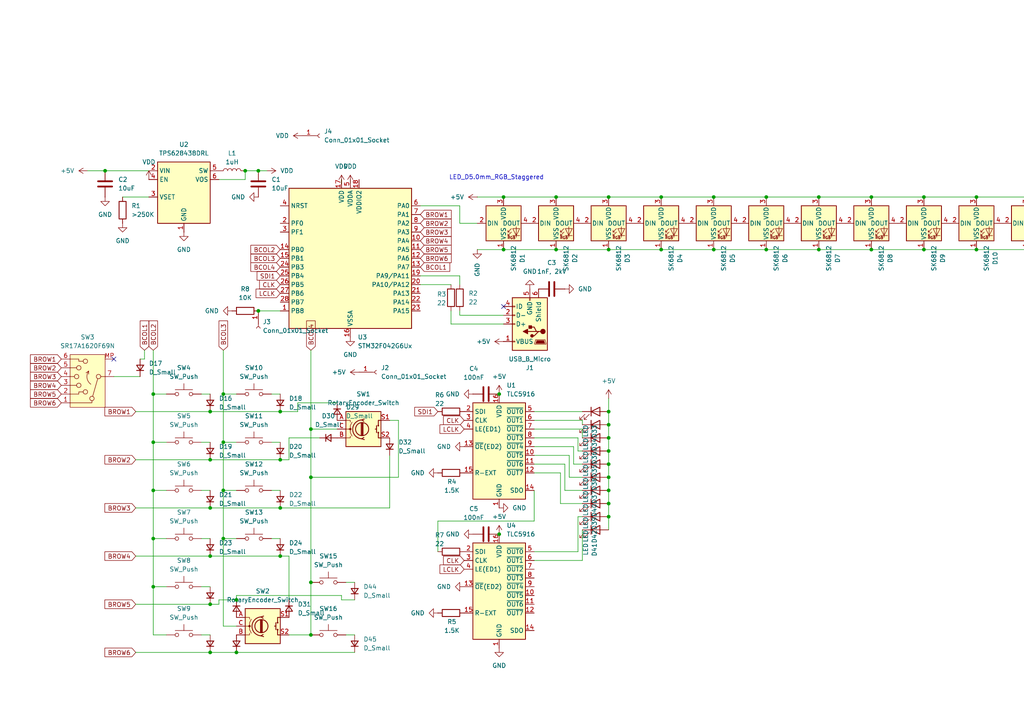
<source format=kicad_sch>
(kicad_sch (version 20250114) (generator "eeschema") (generator_version "9.0")
  (paper "A4")
  (lib_symbols
    (symbol "Connector:Conn_01x01_Socket" (pin_names (offset 1.016) (hide yes))
      (property "Reference" "J" (at 0 2.54 0))
      (property "Value" "Conn_01x01_Socket" (at 0 -2.54 0))
      (symbol "Conn_01x01_Socket_1_1"
        (pin passive line (at -5.08 0 0) (length 3.81) (name "Pin_1") (number "1"))
      )
    )
    (symbol "Connector:USB_B_Micro" (pin_names (offset 1.016))
      (property "Reference" "J" (at -5.08 11.43 0))
      (property "Value" "USB_B_Micro" (at -5.08 8.89 0))
      (symbol "USB_B_Micro_1_1"
        (pin passive line (at -2.54 -10.16 90) (length 2.54) (name "Shield") (number "6"))
        (pin power_out line (at 0 -10.16 90) (length 2.54) (name "GND") (number "5"))
        (pin power_out line (at 7.62 5.08 180) (length 2.54) (name "VBUS") (number "1"))
        (pin bidirectional line (at 7.62 0 180) (length 2.54) (name "D+") (number "3"))
        (pin bidirectional line (at 7.62 -2.54 180) (length 2.54) (name "D-") (number "2"))
        (pin passive line (at 7.62 -5.08 180) (length 2.54) (name "ID") (number "4"))
      )
    )
    (symbol "Device:C" (pin_numbers (hide yes)) (pin_names (offset 0.254))
      (property "Reference" "C" (at 0.635 2.54 0))
      (property "Value" "C" (at 0.635 -2.54 0))
      (symbol "C_1_1"
        (pin passive line (at 0 3.81 270) (length 2.794) (name "~") (number "1"))
        (pin passive line (at 0 -3.81 90) (length 2.794) (name "~") (number "2"))
      )
    )
    (symbol "Device:D_Small" (pin_numbers (hide yes)) (pin_names (offset 0.254) (hide yes))
      (property "Reference" "D" (at -1.27 2.032 0))
      (property "Value" "D_Small" (at -3.81 -2.032 0))
      (symbol "D_Small_1_1"
        (pin passive line (at -2.54 0 0) (length 1.778) (name "K") (number "1"))
        (pin passive line (at 2.54 0 180) (length 1.778) (name "A") (number "2"))
      )
    )
    (symbol "Device:L" (pin_numbers (hide yes)) (pin_names (offset 1.016) (hide yes))
      (property "Reference" "L" (at -1.27 0 90))
      (property "Value" "L" (at 1.905 0 90))
      (symbol "L_1_1"
        (pin passive line (at 0 3.81 270) (length 1.27) (name "1") (number "1"))
        (pin passive line (at 0 -3.81 90) (length 1.27) (name "2") (number "2"))
      )
    )
    (symbol "Device:LED" (pin_numbers (hide yes)) (pin_names (offset 1.016) (hide yes))
      (property "Reference" "D" (at 0 2.54 0))
      (property "Value" "LED" (at 0 -2.54 0))
      (symbol "LED_1_1"
        (pin passive line (at -3.81 0 0) (length 2.54) (name "K") (number "1"))
        (pin passive line (at 3.81 0 180) (length 2.54) (name "A") (number "2"))
      )
    )
    (symbol "Device:R" (pin_numbers (hide yes)) (pin_names (offset 0))
      (property "Reference" "R" (at 2.032 0 90))
      (property "Value" "R" (at 0 0 90))
      (symbol "R_1_1"
        (pin passive line (at 0 3.81 270) (length 1.27) (name "~") (number "1"))
        (pin passive line (at 0 -3.81 90) (length 1.27) (name "~") (number "2"))
      )
    )
    (symbol "Device:RotaryEncoder_Switch" (pin_names (offset 0.254) (hide yes))
      (property "Reference" "SW" (at 0 6.604 0))
      (property "Value" "RotaryEncoder_Switch" (at 0 -6.604 0))
      (symbol "RotaryEncoder_Switch_1_1"
        (pin passive line (at -7.62 2.54 0) (length 2.54) (name "A") (number "A"))
        (pin passive line (at -7.62 0 0) (length 2.54) (name "C") (number "C"))
        (pin passive line (at -7.62 -2.54 0) (length 2.54) (name "B") (number "B"))
        (pin passive line (at 7.62 2.54 180) (length 2.54) (name "S1") (number "S1"))
        (pin passive line (at 7.62 -2.54 180) (length 2.54) (name "S2") (number "S2"))
      )
    )
    (symbol "Driver_LED:TLC5916"
      (property "Reference" "U" (at -7.62 13.97 0))
      (property "Value" "TLC5916" (at -7.62 -16.51 0))
      (symbol "TLC5916_1_0"
        (pin input line (at -10.16 10.16 0) (length 2.54) (name "SDI") (number "2"))
        (pin input line (at -10.16 7.62 0) (length 2.54) (name "CLK") (number "3"))
        (pin passive line (at -10.16 5.08 0) (length 2.54) (name "LE(ED1)") (number "4"))
        (pin passive line (at -10.16 0 0) (length 2.54) (name "~{OE}(ED2)") (number "13"))
        (pin input line (at -10.16 -7.62 0) (length 2.54) (name "R-EXT") (number "15"))
        (pin power_in line (at 0 15.24 270) (length 2.54) (name "VDD") (number "16"))
        (pin power_in line (at 0 -17.78 90) (length 2.54) (name "GND") (number "1"))
        (pin open_collector line (at 10.16 10.16 180) (length 2.54) (name "~{OUT0}") (number "5"))
        (pin open_collector line (at 10.16 7.62 180) (length 2.54) (name "~{OUT1}") (number "6"))
        (pin open_collector line (at 10.16 5.08 180) (length 2.54) (name "~{OUT2}") (number "7"))
        (pin open_collector line (at 10.16 2.54 180) (length 2.54) (name "~{OUT3}") (number "8"))
        (pin open_collector line (at 10.16 0 180) (length 2.54) (name "~{OUT4}") (number "9"))
        (pin open_collector line (at 10.16 -2.54 180) (length 2.54) (name "~{OUT5}") (number "10"))
        (pin open_collector line (at 10.16 -5.08 180) (length 2.54) (name "~{OUT6}") (number "11"))
        (pin open_collector line (at 10.16 -7.62 180) (length 2.54) (name "~{OUT7}") (number "12"))
        (pin output line (at 10.16 -12.7 180) (length 2.54) (name "SDO") (number "14"))
      )
    )
    (symbol "LED:SK6812" (pin_names (offset 0.254))
      (property "Reference" "D" (at 5.08 5.715 0))
      (property "Value" "SK6812" (at 1.27 -5.715 0))
      (symbol "SK6812_0_0"
        (text "RGB" (at 2.286 -4.191 0) (effects (font (size 0.762 0.762))))
      )
      (symbol "SK6812_1_1"
        (pin input line (at -7.62 0 0) (length 2.54) (name "DIN") (number "2"))
        (pin power_in line (at 0 7.62 270) (length 2.54) (name "VDD") (number "3"))
        (pin power_in line (at 0 -7.62 90) (length 2.54) (name "VSS") (number "1"))
        (pin output line (at 7.62 0 180) (length 2.54) (name "DOUT") (number "4"))
      )
    )
    (symbol "MCU_ST_STM32F0:STM32F042G6Ux"
      (property "Reference" "U" (at -17.78 21.59 0))
      (property "Value" "STM32F042G6Ux" (at 5.08 21.59 0))
      (symbol "STM32F042G6Ux_1_1"
        (pin input line (at -20.32 15.24 0) (length 2.54) (name "NRST") (number "4"))
        (pin bidirectional line (at -20.32 10.16 0) (length 2.54) (name "PF0") (number "2"))
        (pin bidirectional line (at -20.32 7.62 0) (length 2.54) (name "PF1") (number "3"))
        (pin bidirectional line (at -20.32 2.54 0) (length 2.54) (name "PB0") (number "14"))
        (pin bidirectional line (at -20.32 0 0) (length 2.54) (name "PB1") (number "15"))
        (pin bidirectional line (at -20.32 -2.54 0) (length 2.54) (name "PB3") (number "24"))
        (pin bidirectional line (at -20.32 -5.08 0) (length 2.54) (name "PB4") (number "25"))
        (pin bidirectional line (at -20.32 -7.62 0) (length 2.54) (name "PB5") (number "26"))
        (pin bidirectional line (at -20.32 -10.16 0) (length 2.54) (name "PB6") (number "27"))
        (pin bidirectional line (at -20.32 -12.7 0) (length 2.54) (name "PB7") (number "28"))
        (pin bidirectional line (at -20.32 -15.24 0) (length 2.54) (name "PB8") (number "1"))
        (pin power_in line (at -2.54 22.86 270) (length 2.54) (name "VDD") (number "17"))
        (pin power_in line (at 0 22.86 270) (length 2.54) (name "VDDA") (number "5"))
        (pin power_in line (at 0 -22.86 90) (length 2.54) (name "VSSA") (number "16"))
        (pin power_in line (at 2.54 22.86 270) (length 2.54) (name "VDDIO2") (number "18"))
        (pin bidirectional line (at 20.32 15.24 180) (length 2.54) (name "PA0") (number "6"))
        (pin bidirectional line (at 20.32 12.7 180) (length 2.54) (name "PA1") (number "7"))
        (pin bidirectional line (at 20.32 10.16 180) (length 2.54) (name "PA2") (number "8"))
        (pin bidirectional line (at 20.32 7.62 180) (length 2.54) (name "PA3") (number "9"))
        (pin bidirectional line (at 20.32 5.08 180) (length 2.54) (name "PA4") (number "10"))
        (pin bidirectional line (at 20.32 2.54 180) (length 2.54) (name "PA5") (number "11"))
        (pin bidirectional line (at 20.32 0 180) (length 2.54) (name "PA6") (number "12"))
        (pin bidirectional line (at 20.32 -2.54 180) (length 2.54) (name "PA7") (number "13"))
        (pin bidirectional line (at 20.32 -5.08 180) (length 2.54) (name "PA9/PA11") (number "19"))
        (pin bidirectional line (at 20.32 -7.62 180) (length 2.54) (name "PA10/PA12") (number "20"))
        (pin bidirectional line (at 20.32 -10.16 180) (length 2.54) (name "PA13") (number "21"))
        (pin bidirectional line (at 20.32 -12.7 180) (length 2.54) (name "PA14") (number "22"))
        (pin bidirectional line (at 20.32 -15.24 180) (length 2.54) (name "PA15") (number "23"))
      )
    )
    (symbol "Regulator_Switching:TPS628438DRL"
      (property "Reference" "U" (at -7.62 11.43 0))
      (property "Value" "TPS628438DRL" (at -1.27 11.43 0))
      (symbol "TPS628438DRL_1_1"
        (pin power_in line (at -10.16 7.62 0) (length 2.54) (name "VIN") (number "2"))
        (pin input line (at -10.16 5.08 0) (length 2.54) (name "EN") (number "4"))
        (pin input line (at -10.16 0 0) (length 2.54) (name "VSET") (number "3"))
        (pin power_in line (at 0 -10.16 90) (length 2.54) (name "GND") (number "1"))
        (pin power_out line (at 10.16 7.62 180) (length 2.54) (name "SW") (number "5"))
        (pin input line (at 10.16 5.08 180) (length 2.54) (name "VOS") (number "6"))
      )
    )
    (symbol "Switch:SW_Push" (pin_numbers (hide yes)) (pin_names (offset 1.016) (hide yes))
      (property "Reference" "SW" (at 1.27 2.54 0))
      (property "Value" "SW_Push" (at 0 -1.524 0))
      (symbol "SW_Push_0_1"
        (pin passive line (at -5.08 0 0) (length 2.54) (name "1") (number "1"))
        (pin passive line (at 5.08 0 180) (length 2.54) (name "2") (number "2"))
      )
    )
    (symbol "Switch:SW_Rotary_1x6_MP" (pin_names (hide yes))
      (property "Reference" "SW" (at 0 10.16 0))
      (property "Value" "SW_Rotary_1x6_MP" (at 8.89 -7.62 0))
      (symbol "SW_Rotary_1x6_MP_1_1"
        (pin passive line (at -7.62 0 0) (length 2.54) (name "") (number "7"))
        (pin passive line (at -7.62 -5.08 0) (length 2.54) (name "") (number "MP"))
        (pin passive line (at 7.62 7.62 180) (length 2.54) (name "") (number "1"))
        (pin passive line (at 7.62 5.08 180) (length 2.54) (name "") (number "2"))
        (pin passive line (at 7.62 2.54 180) (length 2.54) (name "") (number "3"))
        (pin passive line (at 7.62 0 180) (length 2.54) (name "") (number "4"))
        (pin passive line (at 7.62 -2.54 180) (length 2.54) (name "") (number "5"))
        (pin passive line (at 7.62 -5.08 180) (length 2.54) (name "") (number "6"))
      )
    )
    (symbol "power:+5V" (power) (pin_numbers (hide yes)) (pin_names (offset 0) (hide yes))
      (property "Value" "+5V" (at 0 3.556 0))
      (symbol "+5V_1_1"
        (pin power_in line (at 0 0 90) (length 0) (name "~") (number "1"))
      )
    )
    (symbol "power:GND" (power) (pin_numbers (hide yes)) (pin_names (offset 0) (hide yes))
      (property "Value" "GND" (at 0 -3.81 0))
      (symbol "GND_1_1"
        (pin power_in line (at 0 0 270) (length 0) (name "~") (number "1"))
      )
    )
    (symbol "power:VDD" (power) (pin_numbers (hide yes)) (pin_names (offset 0) (hide yes))
      (property "Value" "VDD" (at 0 3.556 0))
      (symbol "VDD_1_1"
        (pin power_in line (at 0 0 90) (length 0) (name "~") (number "1"))
      )
    )
  )
  (text "LED_D5.0mm_RGB_Staggered" (at 144.018 51.562 0) (effects (font (size 1.27 1.27))))
  (junction (at 90.17 138.43))
  (junction (at 298.45 57.15))
  (junction (at 161.29 57.15))
  (junction (at 68.58 189.23))
  (junction (at 176.53 130.81))
  (junction (at 237.49 57.15))
  (junction (at 144.78 154.94))
  (junction (at 60.96 189.23))
  (junction (at 176.53 123.19))
  (junction (at 90.17 168.91))
  (junction (at 222.25 57.15))
  (junction (at 64.77 128.27))
  (junction (at 176.53 72.39))
  (junction (at 222.25 72.39))
  (junction (at 283.21 57.15))
  (junction (at 298.45 72.39))
  (junction (at 44.45 114.3))
  (junction (at 81.28 119.38))
  (junction (at 313.69 57.15))
  (junction (at 60.96 119.38))
  (junction (at 60.96 147.32))
  (junction (at 176.53 149.86))
  (junction (at 144.78 114.3))
  (junction (at 60.96 133.35))
  (junction (at 252.73 72.39))
  (junction (at 191.77 57.15))
  (junction (at 74.93 49.53))
  (junction (at 44.45 128.27))
  (junction (at 68.58 173.99))
  (junction (at 64.77 156.21))
  (junction (at 328.93 57.15))
  (junction (at 176.53 134.62))
  (junction (at 313.69 72.39))
  (junction (at 81.28 147.32))
  (junction (at 344.17 72.39))
  (junction (at 267.97 72.39))
  (junction (at 252.73 57.15))
  (junction (at 44.45 170.18))
  (junction (at 161.29 72.39))
  (junction (at 60.96 175.26))
  (junction (at 44.45 156.21))
  (junction (at 44.45 142.24))
  (junction (at 146.05 57.15))
  (junction (at 176.53 119.38))
  (junction (at 176.53 146.05))
  (junction (at 90.17 184.15))
  (junction (at 90.17 124.46))
  (junction (at 71.12 49.53))
  (junction (at 207.01 72.39))
  (junction (at 344.17 57.15))
  (junction (at 176.53 138.43))
  (junction (at 146.05 72.39))
  (junction (at 60.96 161.29))
  (junction (at 237.49 72.39))
  (junction (at 283.21 72.39))
  (junction (at 176.53 142.24))
  (junction (at 64.77 142.24))
  (junction (at 64.77 114.3))
  (junction (at 81.28 161.29))
  (junction (at 81.28 133.35))
  (junction (at 328.93 72.39))
  (junction (at 176.53 57.15))
  (junction (at 207.01 57.15))
  (junction (at 191.77 72.39))
  (junction (at 267.97 57.15))
  (junction (at 176.53 127))
  (junction (at 74.93 90.17))
  (junction (at 30.48 49.53))
  (no_connect (at 33.02 104.14))
  (no_connect (at 146.05 88.9))
  (wire (pts (xy 138.43 72.39) (xy 146.05 72.39)))
  (wire (pts (xy 252.73 72.39) (xy 267.97 72.39)))
  (wire (pts (xy 167.64 149.86) (xy 168.91 149.86)))
  (wire (pts (xy 154.94 121.92) (xy 168.91 121.92)))
  (wire (pts (xy 176.53 72.39) (xy 191.77 72.39)))
  (wire (pts (xy 133.35 80.01) (xy 133.35 82.55)))
  (wire (pts (xy 86.36 116.84) (xy 86.36 119.38)))
  (wire (pts (xy 176.53 130.81) (xy 176.53 134.62)))
  (wire (pts (xy 146.05 93.98) (xy 130.81 93.98)))
  (wire (pts (xy 146.05 72.39) (xy 161.29 72.39)))
  (wire (pts (xy 191.77 72.39) (xy 207.01 72.39)))
  (wire (pts (xy 60.96 189.23) (xy 68.58 189.23)))
  (wire (pts (xy 35.56 57.15) (xy 43.18 57.15)))
  (wire (pts (xy 168.91 146.05) (xy 162.56 146.05)))
  (wire (pts (xy 168.91 124.46) (xy 168.91 127)))
  (wire (pts (xy 138.43 57.15) (xy 146.05 57.15)))
  (wire (pts (xy 41.91 104.14) (xy 40.64 104.14)))
  (wire (pts (xy 167.64 127) (xy 167.64 130.81)))
  (wire (pts (xy 344.17 72.39) (xy 359.41 72.39)))
  (wire (pts (xy 168.91 121.92) (xy 168.91 123.19)))
  (wire (pts (xy 44.45 184.15) (xy 48.26 184.15)))
  (wire (pts (xy 63.5 52.07) (xy 71.12 52.07)))
  (wire (pts (xy 64.77 114.3) (xy 68.58 114.3)))
  (wire (pts (xy 100.33 168.91) (xy 102.87 168.91)))
  (wire (pts (xy 191.77 57.15) (xy 207.01 57.15)))
  (wire (pts (xy 83.82 161.29) (xy 83.82 173.99)))
  (wire (pts (xy 44.45 156.21) (xy 44.45 170.18)))
  (wire (pts (xy 64.77 114.3) (xy 64.77 128.27)))
  (wire (pts (xy 176.53 57.15) (xy 191.77 57.15)))
  (wire (pts (xy 64.77 142.24) (xy 68.58 142.24)))
  (wire (pts (xy 64.77 101.6) (xy 64.77 114.3)))
  (wire (pts (xy 58.42 114.3) (xy 60.96 114.3)))
  (wire (pts (xy 328.93 57.15) (xy 344.17 57.15)))
  (wire (pts (xy 121.92 80.01) (xy 133.35 80.01)))
  (wire (pts (xy 176.53 123.19) (xy 176.53 127)))
  (wire (pts (xy 154.94 160.02) (xy 167.64 160.02)))
  (wire (pts (xy 313.69 72.39) (xy 328.93 72.39)))
  (wire (pts (xy 44.45 101.6) (xy 44.45 114.3)))
  (wire (pts (xy 64.77 156.21) (xy 68.58 156.21)))
  (wire (pts (xy 44.45 170.18) (xy 44.45 184.15)))
  (wire (pts (xy 313.69 57.15) (xy 328.93 57.15)))
  (wire (pts (xy 39.37 189.23) (xy 60.96 189.23)))
  (wire (pts (xy 90.17 101.6) (xy 90.17 124.46)))
  (wire (pts (xy 113.03 132.08) (xy 113.03 147.32)))
  (wire (pts (xy 166.37 129.54) (xy 154.94 129.54)))
  (wire (pts (xy 222.25 57.15) (xy 237.49 57.15)))
  (wire (pts (xy 39.37 147.32) (xy 60.96 147.32)))
  (wire (pts (xy 154.94 124.46) (xy 168.91 124.46)))
  (wire (pts (xy 83.82 133.35) (xy 81.28 133.35)))
  (wire (pts (xy 154.94 119.38) (xy 168.91 119.38)))
  (wire (pts (xy 176.53 119.38) (xy 176.53 123.19)))
  (wire (pts (xy 83.82 127) (xy 83.82 133.35)))
  (wire (pts (xy 64.77 128.27) (xy 64.77 142.24)))
  (wire (pts (xy 130.81 82.55) (xy 121.92 82.55)))
  (wire (pts (xy 154.94 151.13) (xy 154.94 142.24)))
  (wire (pts (xy 81.28 161.29) (xy 83.82 161.29)))
  (wire (pts (xy 86.36 119.38) (xy 81.28 119.38)))
  (wire (pts (xy 99.06 173.99) (xy 102.87 173.99)))
  (wire (pts (xy 97.79 116.84) (xy 86.36 116.84)))
  (wire (pts (xy 44.45 156.21) (xy 48.26 156.21)))
  (wire (pts (xy 58.42 170.18) (xy 60.96 170.18)))
  (wire (pts (xy 167.64 160.02) (xy 167.64 149.86)))
  (wire (pts (xy 78.74 156.21) (xy 81.28 156.21)))
  (wire (pts (xy 161.29 57.15) (xy 176.53 57.15)))
  (wire (pts (xy 237.49 72.39) (xy 252.73 72.39)))
  (wire (pts (xy 154.94 127) (xy 167.64 127)))
  (wire (pts (xy 74.93 49.53) (xy 71.12 49.53)))
  (wire (pts (xy 25.4 49.53) (xy 30.48 49.53)))
  (wire (pts (xy 90.17 124.46) (xy 97.79 124.46)))
  (wire (pts (xy 99.06 172.72) (xy 99.06 173.99)))
  (wire (pts (xy 63.5 173.99) (xy 63.5 175.26)))
  (wire (pts (xy 168.91 134.62) (xy 166.37 134.62)))
  (wire (pts (xy 344.17 57.15) (xy 359.41 57.15)))
  (wire (pts (xy 68.58 173.99) (xy 68.58 172.72)))
  (wire (pts (xy 176.53 149.86) (xy 176.53 153.67)))
  (wire (pts (xy 163.83 142.24) (xy 168.91 142.24)))
  (wire (pts (xy 267.97 72.39) (xy 283.21 72.39)))
  (wire (pts (xy 167.64 130.81) (xy 168.91 130.81)))
  (wire (pts (xy 39.37 161.29) (xy 60.96 161.29)))
  (wire (pts (xy 176.53 146.05) (xy 176.53 149.86)))
  (wire (pts (xy 176.53 138.43) (xy 176.53 142.24)))
  (wire (pts (xy 78.74 128.27) (xy 81.28 128.27)))
  (wire (pts (xy 60.96 133.35) (xy 81.28 133.35)))
  (wire (pts (xy 133.35 90.17) (xy 133.35 91.44)))
  (wire (pts (xy 166.37 134.62) (xy 166.37 129.54)))
  (wire (pts (xy 165.1 138.43) (xy 165.1 132.08)))
  (wire (pts (xy 64.77 128.27) (xy 68.58 128.27)))
  (wire (pts (xy 44.45 114.3) (xy 44.45 128.27)))
  (wire (pts (xy 90.17 184.15) (xy 83.82 184.15)))
  (wire (pts (xy 68.58 173.99) (xy 63.5 173.99)))
  (wire (pts (xy 64.77 181.61) (xy 68.58 181.61)))
  (wire (pts (xy 283.21 57.15) (xy 298.45 57.15)))
  (wire (pts (xy 71.12 52.07) (xy 71.12 49.53)))
  (wire (pts (xy 92.71 127) (xy 83.82 127)))
  (wire (pts (xy 298.45 72.39) (xy 313.69 72.39)))
  (wire (pts (xy 130.81 93.98) (xy 130.81 90.17)))
  (wire (pts (xy 161.29 72.39) (xy 176.53 72.39)))
  (wire (pts (xy 90.17 124.46) (xy 90.17 138.43)))
  (wire (pts (xy 68.58 189.23) (xy 102.87 189.23)))
  (wire (pts (xy 68.58 172.72) (xy 99.06 172.72)))
  (wire (pts (xy 39.37 119.38) (xy 60.96 119.38)))
  (wire (pts (xy 64.77 142.24) (xy 64.77 156.21)))
  (wire (pts (xy 163.83 134.62) (xy 163.83 142.24)))
  (wire (pts (xy 78.74 114.3) (xy 81.28 114.3)))
  (wire (pts (xy 121.92 59.69) (xy 133.35 59.69)))
  (wire (pts (xy 60.96 119.38) (xy 81.28 119.38)))
  (wire (pts (xy 133.35 59.69) (xy 133.35 64.77)))
  (wire (pts (xy 39.37 175.26) (xy 60.96 175.26)))
  (wire (pts (xy 298.45 57.15) (xy 313.69 57.15)))
  (wire (pts (xy 30.48 49.53) (xy 43.18 49.53)))
  (wire (pts (xy 115.57 121.92) (xy 113.03 121.92)))
  (wire (pts (xy 133.35 91.44) (xy 146.05 91.44)))
  (wire (pts (xy 162.56 137.16) (xy 154.94 137.16)))
  (wire (pts (xy 267.97 57.15) (xy 283.21 57.15)))
  (wire (pts (xy 146.05 57.15) (xy 161.29 57.15)))
  (wire (pts (xy 44.45 128.27) (xy 48.26 128.27)))
  (wire (pts (xy 81.28 147.32) (xy 113.03 147.32)))
  (wire (pts (xy 176.53 115.57) (xy 176.53 119.38)))
  (wire (pts (xy 328.93 72.39) (xy 344.17 72.39)))
  (wire (pts (xy 252.73 57.15) (xy 267.97 57.15)))
  (wire (pts (xy 176.53 142.24) (xy 176.53 146.05)))
  (wire (pts (xy 58.42 156.21) (xy 60.96 156.21)))
  (wire (pts (xy 58.42 142.24) (xy 60.96 142.24)))
  (wire (pts (xy 44.45 128.27) (xy 44.45 142.24)))
  (wire (pts (xy 44.45 170.18) (xy 48.26 170.18)))
  (wire (pts (xy 283.21 72.39) (xy 298.45 72.39)))
  (wire (pts (xy 60.96 161.29) (xy 81.28 161.29)))
  (wire (pts (xy 90.17 168.91) (xy 90.17 184.15)))
  (wire (pts (xy 58.42 128.27) (xy 60.96 128.27)))
  (wire (pts (xy 176.53 134.62) (xy 176.53 138.43)))
  (wire (pts (xy 168.91 153.67) (xy 168.91 162.56)))
  (wire (pts (xy 74.93 90.17) (xy 81.28 90.17)))
  (wire (pts (xy 90.17 138.43) (xy 115.57 138.43)))
  (wire (pts (xy 41.91 101.6) (xy 41.91 104.14)))
  (wire (pts (xy 99.06 52.07) (xy 99.06 53.34)))
  (wire (pts (xy 133.35 64.77) (xy 138.43 64.77)))
  (wire (pts (xy 165.1 132.08) (xy 154.94 132.08)))
  (wire (pts (xy 64.77 156.21) (xy 64.77 181.61)))
  (wire (pts (xy 162.56 146.05) (xy 162.56 137.16)))
  (wire (pts (xy 176.53 127) (xy 176.53 130.81)))
  (wire (pts (xy 207.01 72.39) (xy 222.25 72.39)))
  (wire (pts (xy 63.5 175.26) (xy 60.96 175.26)))
  (wire (pts (xy 58.42 184.15) (xy 60.96 184.15)))
  (wire (pts (xy 44.45 114.3) (xy 48.26 114.3)))
  (wire (pts (xy 101.6 52.07) (xy 101.6 53.34)))
  (wire (pts (xy 90.17 138.43) (xy 90.17 168.91)))
  (wire (pts (xy 44.45 142.24) (xy 48.26 142.24)))
  (wire (pts (xy 78.74 142.24) (xy 81.28 142.24)))
  (wire (pts (xy 222.25 72.39) (xy 237.49 72.39)))
  (wire (pts (xy 154.94 134.62) (xy 163.83 134.62)))
  (wire (pts (xy 44.45 142.24) (xy 44.45 156.21)))
  (wire (pts (xy 115.57 138.43) (xy 115.57 121.92)))
  (wire (pts (xy 33.02 109.22) (xy 40.64 109.22)))
  (wire (pts (xy 60.96 147.32) (xy 81.28 147.32)))
  (wire (pts (xy 77.47 49.53) (xy 74.93 49.53)))
  (wire (pts (xy 168.91 138.43) (xy 165.1 138.43)))
  (wire (pts (xy 127 160.02) (xy 127 151.13)))
  (wire (pts (xy 207.01 57.15) (xy 222.25 57.15)))
  (wire (pts (xy 39.37 133.35) (xy 60.96 133.35)))
  (wire (pts (xy 100.33 184.15) (xy 102.87 184.15)))
  (wire (pts (xy 154.94 162.56) (xy 168.91 162.56)))
  (wire (pts (xy 127 151.13) (xy 154.94 151.13)))
  (wire (pts (xy 237.49 57.15) (xy 252.73 57.15)))
  (global_label "BROW2" (shape input) (at 17.78 106.68 180) (property "Intersheetrefs" "${INTERSHEET_REFS}" (effects (hide yes))))
  (global_label "BROW6" (shape input) (at 39.37 189.23 180) (property "Intersheetrefs" "${INTERSHEET_REFS}" (effects (hide yes))))
  (global_label "BCOL2" (shape input) (at 81.28 72.39 180) (property "Intersheetrefs" "${INTERSHEET_REFS}" (effects (hide yes))))
  (global_label "BROW4" (shape input) (at 39.37 161.29 180) (property "Intersheetrefs" "${INTERSHEET_REFS}" (effects (hide yes))))
  (global_label "SDI1" (shape input) (at 81.28 80.01 180) (property "Intersheetrefs" "${INTERSHEET_REFS}" (effects (hide yes))))
  (global_label "BROW3" (shape input) (at 17.78 109.22 180) (property "Intersheetrefs" "${INTERSHEET_REFS}" (effects (hide yes))))
  (global_label "BCOL3" (shape input) (at 81.28 74.93 180) (property "Intersheetrefs" "${INTERSHEET_REFS}" (effects (hide yes))))
  (global_label "BROW1" (shape input) (at 17.78 104.14 180) (property "Intersheetrefs" "${INTERSHEET_REFS}" (effects (hide yes))))
  (global_label "BCOL4" (shape input) (at 90.17 101.6 90) (property "Intersheetrefs" "${INTERSHEET_REFS}" (effects (hide yes))))
  (global_label "BROW5" (shape input) (at 121.92 72.39 0) (property "Intersheetrefs" "${INTERSHEET_REFS}" (effects (hide yes))))
  (global_label "BCOL2" (shape input) (at 44.45 101.6 90) (property "Intersheetrefs" "${INTERSHEET_REFS}" (effects (hide yes))))
  (global_label "BROW4" (shape input) (at 17.78 111.76 180) (property "Intersheetrefs" "${INTERSHEET_REFS}" (effects (hide yes))))
  (global_label "BROW1" (shape input) (at 39.37 119.38 180) (property "Intersheetrefs" "${INTERSHEET_REFS}" (effects (hide yes))))
  (global_label "CLK" (shape input) (at 134.62 162.56 180) (property "Intersheetrefs" "${INTERSHEET_REFS}" (effects (hide yes))))
  (global_label "LCLK" (shape input) (at 134.62 165.1 180) (property "Intersheetrefs" "${INTERSHEET_REFS}" (effects (hide yes))))
  (global_label "LCLK" (shape input) (at 134.62 124.46 180) (property "Intersheetrefs" "${INTERSHEET_REFS}" (effects (hide yes))))
  (global_label "BCOL1" (shape input) (at 121.92 77.47 0) (property "Intersheetrefs" "${INTERSHEET_REFS}" (effects (hide yes))))
  (global_label "LCLK" (shape input) (at 81.28 85.09 180) (property "Intersheetrefs" "${INTERSHEET_REFS}" (effects (hide yes))))
  (global_label "BROW2" (shape input) (at 39.37 133.35 180) (property "Intersheetrefs" "${INTERSHEET_REFS}" (effects (hide yes))))
  (global_label "BROW6" (shape input) (at 121.92 74.93 0) (property "Intersheetrefs" "${INTERSHEET_REFS}" (effects (hide yes))))
  (global_label "CLK" (shape input) (at 134.62 121.92 180) (property "Intersheetrefs" "${INTERSHEET_REFS}" (effects (hide yes))))
  (global_label "BROW4" (shape input) (at 121.92 69.85 0) (property "Intersheetrefs" "${INTERSHEET_REFS}" (effects (hide yes))))
  (global_label "BROW6" (shape input) (at 17.78 116.84 180) (property "Intersheetrefs" "${INTERSHEET_REFS}" (effects (hide yes))))
  (global_label "BROW5" (shape input) (at 39.37 175.26 180) (property "Intersheetrefs" "${INTERSHEET_REFS}" (effects (hide yes))))
  (global_label "BROW1" (shape input) (at 121.92 62.23 0) (property "Intersheetrefs" "${INTERSHEET_REFS}" (effects (hide yes))))
  (global_label "BCOL1" (shape input) (at 41.91 101.6 90) (property "Intersheetrefs" "${INTERSHEET_REFS}" (effects (hide yes))))
  (global_label "BROW2" (shape input) (at 121.92 64.77 0) (property "Intersheetrefs" "${INTERSHEET_REFS}" (effects (hide yes))))
  (global_label "CLK" (shape input) (at 81.28 82.55 180) (property "Intersheetrefs" "${INTERSHEET_REFS}" (effects (hide yes))))
  (global_label "BROW3" (shape input) (at 121.92 67.31 0) (property "Intersheetrefs" "${INTERSHEET_REFS}" (effects (hide yes))))
  (global_label "BCOL4" (shape input) (at 81.28 77.47 180) (property "Intersheetrefs" "${INTERSHEET_REFS}" (effects (hide yes))))
  (global_label "SDI1" (shape input) (at 127 119.38 180) (property "Intersheetrefs" "${INTERSHEET_REFS}" (effects (hide yes))))
  (global_label "BCOL3" (shape input) (at 64.77 101.6 90) (property "Intersheetrefs" "${INTERSHEET_REFS}" (effects (hide yes))))
  (global_label "BROW5" (shape input) (at 17.78 114.3 180) (property "Intersheetrefs" "${INTERSHEET_REFS}" (effects (hide yes))))
  (global_label "BROW3" (shape input) (at 39.37 147.32 180) (property "Intersheetrefs" "${INTERSHEET_REFS}" (effects (hide yes))))
  (symbol (lib_id "Device:D_Small") (at 60.96 172.72 90) (unit 1)
    (property "Reference" "D25" (effects (hide yes)))
    (property "Value" "D_Small" (effects (hide yes)))
    (property "Footprint" "assets:D_0402_1005Metric-Model" (effects (hide yes)))
    (property "Description" "Diode, small symbol" (effects (hide yes)))
    (property "Sim.Device" "D" (effects (hide yes)))
    (property "Sim.Pins" "1=K 2=A" (effects (hide yes)))
  )
  (symbol (lib_id "Switch:SW_Push") (at 53.34 114.3 0) (unit 1)
    (property "Reference" "SW4" (at 53.34 106.68 0))
    (property "Value" "SW_Push" (at 53.34 109.22 0))
    (property "Footprint" "Connector_Wire:SolderWire-0.1sqmm_1x02_P3.6mm_D0.4mm_OD1mm" (effects (hide yes)))
    (property "Description" "Push button switch, generic, two pins" (effects (hide yes)))
  )
  (symbol (lib_id "Switch:SW_Push") (at 95.25 184.15 0) (unit 1)
    (property "Reference" "SW16" (at 95.25 176.53 0))
    (property "Value" "SW_Push" (at 95.25 179.07 0))
    (property "Footprint" "Connector_Wire:SolderWire-0.1sqmm_1x02_P3.6mm_D0.4mm_OD1mm" (effects (hide yes)))
    (property "Description" "Push button switch, generic, two pins" (effects (hide yes)))
  )
  (symbol (lib_id "Device:L") (at 67.31 49.53 90) (unit 1)
    (property "Reference" "L1" (at 67.31 44.45 90))
    (property "Value" "1uH" (at 67.31 46.99 90))
    (property "Footprint" "Inductor_SMD:L_0805_2012Metric" (effects (hide yes)))
    (property "Description" "Inductor" (effects (hide yes)))
  )
  (symbol (lib_id "Device:D_Small") (at 60.96 158.75 90) (unit 1)
    (property "Reference" "D23" (at 63.5 157.4799 90) (effects (justify right)))
    (property "Value" "D_Small" (at 63.5 160.0199 90) (effects (justify right)))
    (property "Footprint" "assets:D_0402_1005Metric-Model" (effects (hide yes)))
    (property "Description" "Diode, small symbol" (effects (hide yes)))
    (property "Sim.Device" "D" (effects (hide yes)))
    (property "Sim.Pins" "1=K 2=A" (effects (hide yes)))
  )
  (symbol (lib_id "power:GND") (at 144.78 187.96 0) (unit 1)
    (property "Reference" "#PWR018" (effects (hide yes)))
    (property "Value" "GND" (at 144.78 193.04 0))
    (property "Description" "Power symbol creates a global label with name \"GND\" , ground" (effects (hide yes)))
  )
  (symbol (lib_id "Switch:SW_Push") (at 95.25 168.91 0) (unit 1)
    (property "Reference" "SW15" (at 95.25 161.29 0))
    (property "Value" "SW_Push" (at 95.25 163.83 0))
    (property "Footprint" "Connector_Wire:SolderWire-0.1sqmm_1x02_P3.6mm_D0.4mm_OD1mm" (effects (hide yes)))
    (property "Description" "Push button switch, generic, two pins" (effects (hide yes)))
  )
  (symbol (lib_id "LED:SK6812") (at 222.25 64.77 0) (unit 1)
    (property "Reference" "D6" (at 227.6954 74.93 90))
    (property "Value" "SK6812" (at 225.1554 74.93 90))
    (property "Footprint" "assets:LED_D5.0mm-4_RGB_Staggered_Pins_FIX" (effects (hide yes)))
    (property "Datasheet" "https://cdn-shop.adafruit.com/product-files/1138/SK6812+LED+datasheet+.pdf" (effects (hide yes)))
    (property "Description" "RGB LED with integrated controller" (effects (hide yes)))
  )
  (symbol (lib_id "Regulator_Switching:TPS628438DRL") (at 53.34 57.15 0) (unit 1)
    (property "Reference" "U2" (at 53.34 41.91 0))
    (property "Value" "TPS628438DRL" (at 53.34 44.45 0))
    (property "Footprint" "Package_TO_SOT_SMD:SOT-563" (effects (hide yes)))
    (property "Datasheet" "https://www.ti.com/lit/ds/symlink/tps62843.pdf" (effects (hide yes)))
    (property "Description" "600mA Step-Down Converter with DCS-Control, ultra-low Iq, 1.8-5.5 Vin, 1.8-3.6 Vout, SOT-563" (effects (hide yes)))
  )
  (symbol (lib_id "power:VDD") (at 87.63 39.37 90) (unit 1)
    (property "Reference" "#PWR029" (effects (hide yes)))
    (property "Value" "VDD" (at 83.82 39.3699 90) (effects (justify left)))
    (property "Description" "Power symbol creates a global label with name \"VDD\"" (effects (hide yes)))
  )
  (symbol (lib_id "Device:D_Small") (at 102.87 186.69 90) (unit 1)
    (property "Reference" "D45" (at 105.41 185.4199 90) (effects (justify right)))
    (property "Value" "D_Small" (at 105.41 187.9599 90) (effects (justify right)))
    (property "Footprint" "assets:D_0402_1005Metric-Model" (effects (hide yes)))
    (property "Description" "Diode, small symbol" (effects (hide yes)))
    (property "Sim.Device" "D" (effects (hide yes)))
    (property "Sim.Pins" "1=K 2=A" (effects (hide yes)))
  )
  (symbol (lib_id "power:VDD") (at 101.6 53.34 0) (unit 1)
    (property "Reference" "#PWR011" (effects (hide yes)))
    (property "Value" "VDD" (at 101.6 48.26 0))
    (property "Description" "Power symbol creates a global label with name \"VDD\"" (effects (hide yes)))
  )
  (symbol (lib_id "power:VDD") (at 43.18 52.07 0) (unit 1)
    (property "Reference" "#PWR026" (effects (hide yes)))
    (property "Value" "VDD" (at 43.18 46.99 0))
    (property "Description" "Power symbol creates a global label with name \"VDD\"" (effects (hide yes)))
  )
  (symbol (lib_id "power:GND") (at 127 137.16 270) (unit 1)
    (property "Reference" "#PWR021" (effects (hide yes)))
    (property "Value" "GND" (at 123.19 137.1599 90) (effects (justify right)))
    (property "Description" "Power symbol creates a global label with name \"GND\" , ground" (effects (hide yes)))
  )
  (symbol (lib_id "LED:SK6812") (at 237.49 64.77 0) (unit 1)
    (property "Reference" "D7" (at 242.9354 74.93 90))
    (property "Value" "SK6812" (at 240.3954 74.93 90))
    (property "Footprint" "assets:LED_D5.0mm-4_RGB_Staggered_Pins_FIX" (effects (hide yes)))
    (property "Datasheet" "https://cdn-shop.adafruit.com/product-files/1138/SK6812+LED+datasheet+.pdf" (effects (hide yes)))
    (property "Description" "RGB LED with integrated controller" (effects (hide yes)))
  )
  (symbol (lib_id "Switch:SW_Push") (at 53.34 156.21 0) (unit 1)
    (property "Reference" "SW7" (at 53.34 148.59 0))
    (property "Value" "SW_Push" (at 53.34 151.13 0))
    (property "Footprint" "Connector_Wire:SolderWire-0.1sqmm_1x02_P3.6mm_D0.4mm_OD1mm" (effects (hide yes)))
    (property "Description" "Push button switch, generic, two pins" (effects (hide yes)))
  )
  (symbol (lib_id "LED:SK6812") (at 344.17 64.77 0) (unit 1)
    (property "Reference" "D14" (at 349.6154 74.93 90))
    (property "Value" "SK6812" (at 347.0754 74.93 90))
    (property "Footprint" "assets:LED_D5.0mm-4_RGB_Staggered_Pins_FIX" (effects (hide yes)))
    (property "Datasheet" "https://cdn-shop.adafruit.com/product-files/1138/SK6812+LED+datasheet+.pdf" (effects (hide yes)))
    (property "Description" "RGB LED with integrated controller" (effects (hide yes)))
  )
  (symbol (lib_id "Driver_LED:TLC5916") (at 144.78 170.18 0) (unit 1)
    (property "Reference" "U4" (at 146.9233 152.4 0) (effects (justify left)))
    (property "Value" "TLC5916" (at 146.9233 154.94 0) (effects (justify left)))
    (property "Footprint" "TLC5916IDG4:SOIC127P600X175-16N" (effects (hide yes)))
    (property "Datasheet" "https://www.ti.com/lit/ds/symlink/tlc5916.pdf" (effects (hide yes)))
    (property "Description" "8-Channel Constant-Current LED Sink Driver" (effects (hide yes)))
  )
  (symbol (lib_id "Device:D_Small") (at 81.28 116.84 90) (unit 1)
    (property "Reference" "D18" (at 83.82 115.5699 90) (effects (justify right)))
    (property "Value" "D_Small" (at 83.82 118.1099 90) (effects (justify right)))
    (property "Footprint" "assets:D_0402_1005Metric-Model" (effects (hide yes)))
    (property "Description" "Diode, small symbol" (effects (hide yes)))
    (property "Sim.Device" "D" (effects (hide yes)))
    (property "Sim.Pins" "1=K 2=A" (effects (hide yes)))
  )
  (symbol (lib_id "power:GND") (at 35.56 64.77 0) (unit 1)
    (property "Reference" "#PWR09" (effects (hide yes)))
    (property "Value" "GND" (at 35.56 69.85 0))
    (property "Description" "Power symbol creates a global label with name \"GND\" , ground" (effects (hide yes)))
  )
  (symbol (lib_id "Device:LED") (at 172.72 138.43 0) (unit 1)
    (property "Reference" "D37" (at 172.4026 142.24 90) (effects (justify right)))
    (property "Value" "LED" (at 169.8626 142.24 90) (effects (justify right)))
    (property "Footprint" "Connector_Wire:SolderWire-0.1sqmm_1x01_D0.4mm_OD1mm" (effects (hide yes)))
    (property "Description" "Light emitting diode" (effects (hide yes)))
    (property "Sim.Pins" "1=K 2=A" (effects (hide yes)))
  )
  (symbol (lib_id "Switch:SW_Push") (at 53.34 128.27 0) (unit 1)
    (property "Reference" "SW5" (at 53.34 120.65 0))
    (property "Value" "SW_Push" (at 53.34 123.19 0))
    (property "Footprint" "Connector_Wire:SolderWire-0.1sqmm_1x02_P3.6mm_D0.4mm_OD1mm" (effects (hide yes)))
    (property "Description" "Push button switch, generic, two pins" (effects (hide yes)))
  )
  (symbol (lib_id "power:GND") (at 30.48 57.15 0) (unit 1)
    (property "Reference" "#PWR08" (effects (hide yes)))
    (property "Value" "GND" (at 30.48 62.23 0))
    (property "Description" "Power symbol creates a global label with name \"GND\" , ground" (effects (hide yes)))
  )
  (symbol (lib_id "power:GND") (at 144.78 147.32 90) (unit 1)
    (property "Reference" "#PWR017" (effects (hide yes)))
    (property "Value" "GND" (at 148.59 147.3199 90) (effects (justify right)))
    (property "Description" "Power symbol creates a global label with name \"GND\" , ground" (effects (hide yes)))
  )
  (symbol (lib_id "Device:R") (at 130.81 137.16 90) (unit 1)
    (property "Reference" "R4" (at 131.064 139.7 90))
    (property "Value" "1.5K" (at 131.064 142.24 90))
    (property "Footprint" "Resistor_SMD:R_0603_1608Metric" (effects (hide yes)))
    (property "Description" "Resistor" (effects (hide yes)))
  )
  (symbol (lib_id "Device:D_Small") (at 60.96 186.69 90) (unit 1)
    (property "Reference" "D27" (effects (hide yes)))
    (property "Value" "D_Small" (effects (hide yes)))
    (property "Footprint" "assets:D_0402_1005Metric-Model" (effects (hide yes)))
    (property "Description" "Diode, small symbol" (effects (hide yes)))
    (property "Sim.Device" "D" (effects (hide yes)))
    (property "Sim.Pins" "1=K 2=A" (effects (hide yes)))
  )
  (symbol (lib_id "Device:D_Small") (at 113.03 129.54 90) (unit 1)
    (property "Reference" "D32" (at 115.57 128.2699 90) (effects (justify right)))
    (property "Value" "D_Small" (at 115.57 130.8099 90) (effects (justify right)))
    (property "Footprint" "assets:D_0402_1005Metric-Model" (effects (hide yes)))
    (property "Description" "Diode, small symbol" (effects (hide yes)))
    (property "Sim.Device" "D" (effects (hide yes)))
    (property "Sim.Pins" "1=K 2=A" (effects (hide yes)))
  )
  (symbol (lib_id "Device:LED") (at 172.72 149.86 0) (unit 1)
    (property "Reference" "D42" (at 172.4026 153.67 90) (effects (justify right)))
    (property "Value" "LED" (at 169.8626 153.67 90) (effects (justify right)))
    (property "Footprint" "Connector_Wire:SolderWire-0.1sqmm_1x01_D0.4mm_OD1mm" (effects (hide yes)))
    (property "Description" "Light emitting diode" (effects (hide yes)))
    (property "Sim.Pins" "1=K 2=A" (effects (hide yes)))
  )
  (symbol (lib_id "LED:SK6812") (at 298.45 64.77 0) (unit 1)
    (property "Reference" "D11" (at 303.8954 74.93 90))
    (property "Value" "SK6812" (at 301.3554 74.93 90))
    (property "Footprint" "assets:LED_D5.0mm-4_RGB_Staggered_Pins_FIX" (effects (hide yes)))
    (property "Datasheet" "https://cdn-shop.adafruit.com/product-files/1138/SK6812+LED+datasheet+.pdf" (effects (hide yes)))
    (property "Description" "RGB LED with integrated controller" (effects (hide yes)))
  )
  (symbol (lib_id "Device:R") (at 130.81 86.36 0) (unit 1)
    (property "Reference" "R3" (at 126.746 85.344 0) (effects (justify left)))
    (property "Value" "22" (at 126.746 87.884 0) (effects (justify left)))
    (property "Footprint" "Resistor_SMD:R_0402_1005Metric" (effects (hide yes)))
    (property "Description" "Resistor" (effects (hide yes)))
  )
  (symbol (lib_id "Device:R") (at 130.81 160.02 90) (unit 1)
    (property "Reference" "R7" (at 127.508 155.194 90))
    (property "Value" "22" (at 127.508 157.734 90))
    (property "Footprint" "Resistor_SMD:R_0402_1005Metric" (effects (hide yes)))
    (property "Description" "Resistor" (effects (hide yes)))
  )
  (symbol (lib_id "Device:D_Small") (at 95.25 127 0) (unit 1)
    (property "Reference" "D30" (at 95.25 120.65 0))
    (property "Value" "D_Small" (at 95.25 123.19 0))
    (property "Footprint" "assets:D_0402_1005Metric-Model" (effects (hide yes)))
    (property "Description" "Diode, small symbol" (effects (hide yes)))
    (property "Sim.Device" "D" (effects (hide yes)))
    (property "Sim.Pins" "1=K 2=A" (effects (hide yes)))
  )
  (symbol (lib_id "power:GND") (at 138.43 72.39 0) (unit 1)
    (property "Reference" "#PWR02" (effects (hide yes)))
    (property "Value" "GND" (at 138.4299 76.2 90) (effects (justify right)))
    (property "Description" "Power symbol creates a global label with name \"GND\" , ground" (effects (hide yes)))
  )
  (symbol (lib_id "Switch:SW_Rotary_1x6_MP") (at 25.4 109.22 180) (unit 1)
    (property "Reference" "SW3" (at 25.4 97.79 0))
    (property "Value" "SR17A1620F69N" (at 25.4 100.33 0))
    (property "Footprint" "assets:1X07PliggleBopFonemeWire" (effects (hide yes)))
    (property "Description" "Rotary switch 1x6, SP6T with mount point" (effects (hide yes)))
  )
  (symbol (lib_id "power:+5V") (at 144.78 114.3 0) (unit 1)
    (property "Reference" "#PWR015" (effects (hide yes)))
    (property "Value" "+5V" (at 144.78 109.22 0))
    (property "Description" "Power symbol creates a global label with name \"+5V\"" (effects (hide yes)))
  )
  (symbol (lib_id "Device:D_Small") (at 81.28 144.78 90) (unit 1)
    (property "Reference" "D22" (at 83.82 143.5099 90) (effects (justify right)))
    (property "Value" "D_Small" (at 83.82 146.0499 90) (effects (justify right)))
    (property "Footprint" "assets:D_0402_1005Metric-Model" (effects (hide yes)))
    (property "Description" "Diode, small symbol" (effects (hide yes)))
    (property "Sim.Device" "D" (effects (hide yes)))
    (property "Sim.Pins" "1=K 2=A" (effects (hide yes)))
  )
  (symbol (lib_id "Device:R") (at 130.81 119.38 90) (unit 1)
    (property "Reference" "R6" (at 127.508 114.554 90))
    (property "Value" "22" (at 127.508 117.094 90))
    (property "Footprint" "Resistor_SMD:R_0402_1005Metric" (effects (hide yes)))
    (property "Description" "Resistor" (effects (hide yes)))
  )
  (symbol (lib_id "Device:LED") (at 172.72 130.81 0) (unit 1)
    (property "Reference" "D35" (at 172.4026 134.62 90) (effects (justify right)))
    (property "Value" "LED" (at 169.8626 134.62 90) (effects (justify right)))
    (property "Footprint" "Connector_Wire:SolderWire-0.1sqmm_1x01_D0.4mm_OD1mm" (effects (hide yes)))
    (property "Description" "Light emitting diode" (effects (hide yes)))
    (property "Sim.Pins" "1=K 2=A" (effects (hide yes)))
  )
  (symbol (lib_id "Driver_LED:TLC5916") (at 144.78 129.54 0) (unit 1)
    (property "Reference" "U1" (at 146.9233 111.76 0) (effects (justify left)))
    (property "Value" "TLC5916" (at 146.9233 114.3 0) (effects (justify left)))
    (property "Footprint" "TLC5916IDG4:SOIC127P600X175-16N" (effects (hide yes)))
    (property "Datasheet" "https://www.ti.com/lit/ds/symlink/tlc5916.pdf" (effects (hide yes)))
    (property "Description" "8-Channel Constant-Current LED Sink Driver" (effects (hide yes)))
  )
  (symbol (lib_id "Device:D_Small") (at 60.96 116.84 90) (unit 1)
    (property "Reference" "D16" (at 63.5 115.5699 90) (effects (justify right)))
    (property "Value" "D_Small" (at 63.5 118.1099 90) (effects (justify right)))
    (property "Footprint" "assets:D_0402_1005Metric-Model" (effects (hide yes)))
    (property "Description" "Diode, small symbol" (effects (hide yes)))
    (property "Sim.Device" "D" (effects (hide yes)))
    (property "Sim.Pins" "1=K 2=A" (effects (hide yes)))
  )
  (symbol (lib_id "Device:C") (at 160.02 83.82 90) (unit 1)
    (property "Reference" "C3" (at 160.02 76.2 90))
    (property "Value" "1nF, 2kV" (at 160.02 78.74 90))
    (property "Footprint" "Capacitor_SMD:C_1206_3216Metric" (effects (hide yes)))
    (property "Description" "Unpolarized capacitor" (effects (hide yes)))
  )
  (symbol (lib_id "LED:SK6812") (at 191.77 64.77 0) (unit 1)
    (property "Reference" "D4" (at 197.2154 74.93 90))
    (property "Value" "SK6812" (at 194.6754 74.93 90))
    (property "Footprint" "assets:LED_D5.0mm-4_RGB_Staggered_Pins_FIX" (effects (hide yes)))
    (property "Datasheet" "https://cdn-shop.adafruit.com/product-files/1138/SK6812+LED+datasheet+.pdf" (effects (hide yes)))
    (property "Description" "RGB LED with integrated controller" (effects (hide yes)))
  )
  (symbol (lib_id "Device:D_Small") (at 60.96 144.78 90) (unit 1)
    (property "Reference" "D21" (at 63.5 143.5099 90) (effects (justify right)))
    (property "Value" "D_Small" (at 63.5 146.0499 90) (effects (justify right)))
    (property "Footprint" "assets:D_0402_1005Metric-Model" (effects (hide yes)))
    (property "Description" "Diode, small symbol" (effects (hide yes)))
    (property "Sim.Device" "D" (effects (hide yes)))
    (property "Sim.Pins" "1=K 2=A" (effects (hide yes)))
  )
  (symbol (lib_id "Device:LED") (at 172.72 119.38 0) (unit 1)
    (property "Reference" "D33" (at 172.4026 123.19 90) (effects (justify right)))
    (property "Value" "LED" (at 169.8626 123.19 90) (effects (justify right)))
    (property "Footprint" "Connector_Wire:SolderWire-0.1sqmm_1x01_D0.4mm_OD1mm" (effects (hide yes)))
    (property "Description" "Light emitting diode" (effects (hide yes)))
    (property "Sim.Pins" "1=K 2=A" (effects (hide yes)))
  )
  (symbol (lib_id "power:GND") (at 163.83 83.82 90) (unit 1)
    (property "Reference" "#PWR014" (effects (hide yes)))
    (property "Value" "GND" (at 167.64 83.8199 90) (effects (justify right)))
    (property "Description" "Power symbol creates a global label with name \"GND\" , ground" (effects (hide yes)))
  )
  (symbol (lib_id "Device:RotaryEncoder_Switch") (at 76.2 181.61 0) (unit 1)
    (property "Reference" "SW2" (at 76.2 171.45 0))
    (property "Value" "RotaryEncoder_Switch" (at 76.2 173.99 0))
    (property "Footprint" "assets:1X05PliggleBopFonemeWire" (effects (hide yes)))
    (property "Description" "Rotary encoder, dual channel, incremental quadrate outputs, with switch" (effects (hide yes)))
  )
  (symbol (lib_id "power:+5V") (at 146.05 99.06 90) (unit 1)
    (property "Reference" "#PWR013" (effects (hide yes)))
    (property "Value" "+5V" (at 142.24 99.0601 90) (effects (justify left)))
    (property "Description" "Power symbol creates a global label with name \"+5V\"" (effects (hide yes)))
  )
  (symbol (lib_id "LED:SK6812") (at 359.41 64.77 0) (unit 1)
    (property "Reference" "D15" (at 364.8554 74.93 90))
    (property "Value" "SK6812" (at 362.3154 74.93 90))
    (property "Footprint" "assets:LED_D5.0mm-4_RGB_Staggered_Pins_FIX" (effects (hide yes)))
    (property "Datasheet" "https://cdn-shop.adafruit.com/product-files/1138/SK6812+LED+datasheet+.pdf" (effects (hide yes)))
    (property "Description" "RGB LED with integrated controller" (effects (hide yes)))
  )
  (symbol (lib_id "LED:SK6812") (at 252.73 64.77 0) (unit 1)
    (property "Reference" "D8" (at 258.1754 74.93 90))
    (property "Value" "SK6812" (at 255.6354 74.93 90))
    (property "Footprint" "assets:LED_D5.0mm-4_RGB_Staggered_Pins_FIX" (effects (hide yes)))
    (property "Datasheet" "https://cdn-shop.adafruit.com/product-files/1138/SK6812+LED+datasheet+.pdf" (effects (hide yes)))
    (property "Description" "RGB LED with integrated controller" (effects (hide yes)))
  )
  (symbol (lib_id "power:GND") (at 134.62 170.18 270) (unit 1)
    (property "Reference" "#PWR019" (effects (hide yes)))
    (property "Value" "GND" (at 130.81 170.1799 90) (effects (justify right)))
    (property "Description" "Power symbol creates a global label with name \"GND\" , ground" (effects (hide yes)))
  )
  (symbol (lib_id "Device:R") (at 133.35 86.36 0) (unit 1)
    (property "Reference" "R2" (at 135.89 85.0899 0) (effects (justify left)))
    (property "Value" "22" (at 135.89 87.6299 0) (effects (justify left)))
    (property "Footprint" "Resistor_SMD:R_0402_1005Metric" (effects (hide yes)))
    (property "Description" "Resistor" (effects (hide yes)))
  )
  (symbol (lib_id "power:GND") (at 153.67 83.82 180) (unit 1)
    (property "Reference" "#PWR012" (effects (hide yes)))
    (property "Value" "GND" (at 153.67 78.74 0))
    (property "Description" "Power symbol creates a global label with name \"GND\" , ground" (effects (hide yes)))
  )
  (symbol (lib_id "LED:SK6812") (at 161.29 64.77 0) (unit 1)
    (property "Reference" "D2" (at 166.7354 74.93 90))
    (property "Value" "SK6812" (at 164.1954 74.93 90))
    (property "Footprint" "assets:LED_D5.0mm-4_RGB_Staggered_Pins_FIX" (effects (hide yes)))
    (property "Datasheet" "https://cdn-shop.adafruit.com/product-files/1138/SK6812+LED+datasheet+.pdf" (effects (hide yes)))
    (property "Description" "RGB LED with integrated controller" (effects (hide yes)))
  )
  (symbol (lib_id "Device:D_Small") (at 102.87 171.45 90) (unit 1)
    (property "Reference" "D44" (at 105.41 170.1799 90) (effects (justify right)))
    (property "Value" "D_Small" (at 105.41 172.7199 90) (effects (justify right)))
    (property "Footprint" "assets:D_0402_1005Metric-Model" (effects (hide yes)))
    (property "Description" "Diode, small symbol" (effects (hide yes)))
    (property "Sim.Device" "D" (effects (hide yes)))
    (property "Sim.Pins" "1=K 2=A" (effects (hide yes)))
  )
  (symbol (lib_id "Device:D_Small") (at 60.96 130.81 90) (unit 1)
    (property "Reference" "D19" (at 63.5 129.5399 90) (effects (justify right)))
    (property "Value" "D_Small" (at 63.5 132.0799 90) (effects (justify right)))
    (property "Footprint" "assets:D_0402_1005Metric-Model" (effects (hide yes)))
    (property "Description" "Diode, small symbol" (effects (hide yes)))
    (property "Sim.Device" "D" (effects (hide yes)))
    (property "Sim.Pins" "1=K 2=A" (effects (hide yes)))
  )
  (symbol (lib_id "power:GND") (at 134.62 129.54 270) (unit 1)
    (property "Reference" "#PWR020" (effects (hide yes)))
    (property "Value" "GND" (at 130.81 129.5399 90) (effects (justify right)))
    (property "Description" "Power symbol creates a global label with name \"GND\" , ground" (effects (hide yes)))
  )
  (symbol (lib_id "Device:LED") (at 172.72 142.24 0) (unit 1)
    (property "Reference" "D40" (at 172.4026 146.05 90) (effects (justify right)))
    (property "Value" "LED" (at 169.8626 146.05 90) (effects (justify right)))
    (property "Footprint" "Connector_Wire:SolderWire-0.1sqmm_1x01_D0.4mm_OD1mm" (effects (hide yes)))
    (property "Description" "Light emitting diode" (effects (hide yes)))
    (property "Sim.Pins" "1=K 2=A" (effects (hide yes)))
  )
  (symbol (lib_id "Device:D_Small") (at 68.58 186.69 90) (unit 1)
    (property "Reference" "D28" (effects (hide yes)))
    (property "Value" "D_Small" (effects (hide yes)))
    (property "Footprint" "assets:D_0402_1005Metric-Model" (effects (hide yes)))
    (property "Description" "Diode, small symbol" (effects (hide yes)))
    (property "Sim.Device" "D" (effects (hide yes)))
    (property "Sim.Pins" "1=K 2=A" (effects (hide yes)))
  )
  (symbol (lib_id "power:VDD") (at 77.47 49.53 270) (unit 1)
    (property "Reference" "#PWR05" (effects (hide yes)))
    (property "Value" "VDD" (at 81.28 49.5299 90) (effects (justify left)))
    (property "Description" "Power symbol creates a global label with name \"VDD\"" (effects (hide yes)))
  )
  (symbol (lib_id "power:+5V") (at 144.78 154.94 0) (unit 1)
    (property "Reference" "#PWR016" (effects (hide yes)))
    (property "Value" "+5V" (at 144.78 149.86 0))
    (property "Description" "Power symbol creates a global label with name \"+5V\"" (effects (hide yes)))
  )
  (symbol (lib_id "power:+5V") (at 104.14 107.95 90) (unit 1)
    (property "Reference" "#PWR027" (effects (hide yes)))
    (property "Value" "+5V" (at 100.33 107.9499 90) (effects (justify left)))
    (property "Description" "Power symbol creates a global label with name \"+5V\"" (effects (hide yes)))
  )
  (symbol (lib_id "Device:R") (at 71.12 90.17 90) (unit 1)
    (property "Reference" "R8" (at 71.12 83.82 90))
    (property "Value" "10K" (at 71.12 86.36 90))
    (property "Footprint" "Resistor_SMD:R_0402_1005Metric" (effects (hide yes)))
    (property "Description" "Resistor" (effects (hide yes)))
  )
  (symbol (lib_id "Device:C") (at 30.48 53.34 180) (unit 1)
    (property "Reference" "C2" (at 34.29 52.0699 0) (effects (justify right)))
    (property "Value" "10uF" (at 34.29 54.6099 0) (effects (justify right)))
    (property "Footprint" "Capacitor_SMD:C_0402_1005Metric" (effects (hide yes)))
    (property "Description" "Unpolarized capacitor" (effects (hide yes)))
  )
  (symbol (lib_id "Device:D_Small") (at 81.28 130.81 90) (unit 1)
    (property "Reference" "D20" (at 83.82 129.5399 90) (effects (justify right)))
    (property "Value" "D_Small" (at 83.82 132.0799 90) (effects (justify right)))
    (property "Footprint" "assets:D_0402_1005Metric-Model" (effects (hide yes)))
    (property "Description" "Diode, small symbol" (effects (hide yes)))
    (property "Sim.Device" "D" (effects (hide yes)))
    (property "Sim.Pins" "1=K 2=A" (effects (hide yes)))
  )
  (symbol (lib_id "Device:C") (at 140.97 114.3 90) (unit 1)
    (property "Reference" "C4" (at 137.414 106.934 90))
    (property "Value" "100nF" (at 137.414 109.474 90))
    (property "Footprint" "Capacitor_SMD:C_0402_1005Metric" (effects (hide yes)))
    (property "Description" "Unpolarized capacitor" (effects (hide yes)))
  )
  (symbol (lib_id "Switch:SW_Push") (at 53.34 170.18 0) (unit 1)
    (property "Reference" "SW8" (at 53.34 162.56 0))
    (property "Value" "SW_Push" (at 53.34 165.1 0))
    (property "Footprint" "Connector_Wire:SolderWire-0.1sqmm_1x02_P3.6mm_D0.4mm_OD1mm" (effects (hide yes)))
    (property "Description" "Push button switch, generic, two pins" (effects (hide yes)))
  )
  (symbol (lib_id "Device:D_Small") (at 97.79 119.38 270) (unit 1)
    (property "Reference" "D29" (at 100.33 118.1099 90) (effects (justify left)))
    (property "Value" "D_Small" (at 100.33 120.6499 90) (effects (justify left)))
    (property "Footprint" "assets:D_0402_1005Metric-Model" (effects (hide yes)))
    (property "Description" "Diode, small symbol" (effects (hide yes)))
    (property "Sim.Device" "D" (effects (hide yes)))
    (property "Sim.Pins" "1=K 2=A" (effects (hide yes)))
  )
  (symbol (lib_id "Device:LED") (at 172.72 134.62 0) (unit 1)
    (property "Reference" "D38" (at 172.4026 138.43 90) (effects (justify right)))
    (property "Value" "LED" (at 169.8626 138.43 90) (effects (justify right)))
    (property "Footprint" "Connector_Wire:SolderWire-0.1sqmm_1x01_D0.4mm_OD1mm" (effects (hide yes)))
    (property "Description" "Light emitting diode" (effects (hide yes)))
    (property "Sim.Pins" "1=K 2=A" (effects (hide yes)))
  )
  (symbol (lib_id "Device:LED") (at 172.72 153.67 0) (unit 1)
    (property "Reference" "D41" (at 172.4026 157.48 90) (effects (justify right)))
    (property "Value" "LED" (at 169.8626 157.48 90) (effects (justify right)))
    (property "Footprint" "Connector_Wire:SolderWire-0.1sqmm_1x01_D0.4mm_OD1mm" (effects (hide yes)))
    (property "Description" "Light emitting diode" (effects (hide yes)))
    (property "Sim.Pins" "1=K 2=A" (effects (hide yes)))
  )
  (symbol (lib_id "power:+5V") (at 138.43 57.15 90) (unit 1)
    (property "Reference" "#PWR01" (effects (hide yes)))
    (property "Value" "+5V" (at 134.62 57.1499 90) (effects (justify left)))
    (property "Description" "Power symbol creates a global label with name \"+5V\"" (effects (hide yes)))
  )
  (symbol (lib_id "Device:RotaryEncoder_Switch") (at 105.41 124.46 0) (unit 1)
    (property "Reference" "SW1" (at 105.41 114.3 0))
    (property "Value" "RotaryEncoder_Switch" (at 105.41 116.84 0))
    (property "Footprint" "assets:1X05PliggleBopFonemeWire" (effects (hide yes)))
    (property "Description" "Rotary encoder, dual channel, incremental quadrate outputs, with switch" (effects (hide yes)))
  )
  (symbol (lib_id "Switch:SW_Push") (at 73.66 128.27 0) (unit 1)
    (property "Reference" "SW11" (at 73.66 120.65 0))
    (property "Value" "SW_Push" (at 73.66 123.19 0))
    (property "Footprint" "Connector_Wire:SolderWire-0.1sqmm_1x02_P3.6mm_D0.4mm_OD1mm" (effects (hide yes)))
    (property "Description" "Push button switch, generic, two pins" (effects (hide yes)))
  )
  (symbol (lib_id "power:GND") (at 137.16 154.94 270) (unit 1)
    (property "Reference" "#PWR025" (effects (hide yes)))
    (property "Value" "GND" (at 133.35 154.9399 90) (effects (justify right)))
    (property "Description" "Power symbol creates a global label with name \"GND\" , ground" (effects (hide yes)))
  )
  (symbol (lib_id "power:GND") (at 137.16 114.3 270) (unit 1)
    (property "Reference" "#PWR024" (effects (hide yes)))
    (property "Value" "GND" (at 133.35 114.2999 90) (effects (justify right)))
    (property "Description" "Power symbol creates a global label with name \"GND\" , ground" (effects (hide yes)))
  )
  (symbol (lib_id "MCU_ST_STM32F0:STM32F042G6Ux") (at 101.6 74.93 0) (unit 1)
    (property "Reference" "U3" (at 103.7433 97.79 0) (effects (justify left)))
    (property "Value" "STM32F042G6Ux" (at 103.7433 100.33 0) (effects (justify left)))
    (property "Footprint" "assets:STM32F042G6U" (effects (hide yes)))
    (property "Datasheet" "https://www.st.com/resource/en/datasheet/stm32f042g6.pdf" (effects (hide yes)))
    (property "Description" "STMicroelectronics Arm Cortex-M0 MCU, 32KB flash, 6KB RAM, 48 MHz, 2.0-3.6V, 23 GPIO, UFQFPN28" (effects (hide yes)))
  )
  (symbol (lib_id "LED:SK6812") (at 146.05 64.77 0) (unit 1)
    (property "Reference" "D1" (at 151.4954 74.93 90))
    (property "Value" "SK6812" (at 148.9554 74.93 90))
    (property "Footprint" "assets:LED_D5.0mm-4_RGB_Staggered_Pins_FIX" (effects (hide yes)))
    (property "Datasheet" "https://cdn-shop.adafruit.com/product-files/1138/SK6812+LED+datasheet+.pdf" (effects (hide yes)))
    (property "Description" "RGB LED with integrated controller" (effects (hide yes)))
  )
  (symbol (lib_id "Switch:SW_Push") (at 53.34 184.15 0) (unit 1)
    (property "Reference" "SW9" (at 53.34 176.53 0))
    (property "Value" "SW_Push" (at 53.34 179.07 0))
    (property "Footprint" "Connector_Wire:SolderWire-0.1sqmm_1x02_P3.6mm_D0.4mm_OD1mm" (effects (hide yes)))
    (property "Description" "Push button switch, generic, two pins" (effects (hide yes)))
  )
  (symbol (lib_id "Device:LED") (at 172.72 127 0) (unit 1)
    (property "Reference" "D36" (at 172.4026 130.81 90) (effects (justify right)))
    (property "Value" "LED" (at 169.8626 130.81 90) (effects (justify right)))
    (property "Footprint" "Connector_Wire:SolderWire-0.1sqmm_1x01_D0.4mm_OD1mm" (effects (hide yes)))
    (property "Description" "Light emitting diode" (effects (hide yes)))
    (property "Sim.Pins" "1=K 2=A" (effects (hide yes)))
  )
  (symbol (lib_id "LED:SK6812") (at 267.97 64.77 0) (unit 1)
    (property "Reference" "D9" (at 273.4154 74.93 90))
    (property "Value" "SK6812" (at 270.8754 74.93 90))
    (property "Footprint" "assets:LED_D5.0mm-4_RGB_Staggered_Pins_FIX" (effects (hide yes)))
    (property "Datasheet" "https://cdn-shop.adafruit.com/product-files/1138/SK6812+LED+datasheet+.pdf" (effects (hide yes)))
    (property "Description" "RGB LED with integrated controller" (effects (hide yes)))
  )
  (symbol (lib_id "Device:R") (at 35.56 60.96 0) (unit 1)
    (property "Reference" "R1" (at 38.1 59.6899 0) (effects (justify left)))
    (property "Value" ">250K" (at 38.1 62.2299 0) (effects (justify left)))
    (property "Footprint" "Resistor_SMD:R_0402_1005Metric" (effects (hide yes)))
    (property "Description" "Resistor" (effects (hide yes)))
  )
  (symbol (lib_id "power:GND") (at 53.34 67.31 0) (unit 1)
    (property "Reference" "#PWR04" (effects (hide yes)))
    (property "Value" "GND" (at 53.34 72.39 0))
    (property "Description" "Power symbol creates a global label with name \"GND\" , ground" (effects (hide yes)))
  )
  (symbol (lib_id "power:GND") (at 67.31 90.17 270) (unit 1)
    (property "Reference" "#PWR028" (effects (hide yes)))
    (property "Value" "GND" (at 63.5 90.1699 90) (effects (justify right)))
    (property "Description" "Power symbol creates a global label with name \"GND\" , ground" (effects (hide yes)))
  )
  (symbol (lib_id "power:GND") (at 74.93 57.15 270) (unit 1)
    (property "Reference" "#PWR06" (effects (hide yes)))
    (property "Value" "GND" (at 71.12 57.1499 90) (effects (justify right)))
    (property "Description" "Power symbol creates a global label with name \"GND\" , ground" (effects (hide yes)))
  )
  (symbol (lib_id "Device:D_Small") (at 81.28 158.75 90) (unit 1)
    (property "Reference" "D24" (at 83.82 157.4799 90) (effects (justify right)))
    (property "Value" "D_Small" (at 83.82 160.0199 90) (effects (justify right)))
    (property "Footprint" "assets:D_0402_1005Metric-Model" (effects (hide yes)))
    (property "Description" "Diode, small symbol" (effects (hide yes)))
    (property "Sim.Device" "D" (effects (hide yes)))
    (property "Sim.Pins" "1=K 2=A" (effects (hide yes)))
  )
  (symbol (lib_id "Switch:SW_Push") (at 73.66 142.24 0) (unit 1)
    (property "Reference" "SW12" (at 73.66 134.62 0))
    (property "Value" "SW_Push" (at 73.66 137.16 0))
    (property "Footprint" "Connector_Wire:SolderWire-0.1sqmm_1x02_P3.6mm_D0.4mm_OD1mm" (effects (hide yes)))
    (property "Description" "Push button switch, generic, two pins" (effects (hide yes)))
  )
  (symbol (lib_id "power:GND") (at 101.6 97.79 0) (unit 1)
    (property "Reference" "#PWR03" (effects (hide yes)))
    (property "Value" "GND" (at 101.6 102.87 0))
    (property "Description" "Power symbol creates a global label with name \"GND\" , ground" (effects (hide yes)))
  )
  (symbol (lib_id "Connector:Conn_01x01_Socket") (at 74.93 95.25 270) (unit 1)
    (property "Reference" "J3" (at 76.2 93.3449 90) (effects (justify left)))
    (property "Value" "Conn_01x01_Socket" (at 76.2 95.8849 90) (effects (justify left)))
    (property "Footprint" "TestPoint:TestPoint_Pad_1.0x1.0mm" (effects (hide yes)))
    (property "Description" "Generic connector, single row, 01x01, script generated" (effects (hide yes)))
  )
  (symbol (lib_id "Device:LED") (at 172.72 123.19 0) (unit 1)
    (property "Reference" "D34" (at 172.4026 127 90) (effects (justify right)))
    (property "Value" "LED" (at 169.8626 127 90) (effects (justify right)))
    (property "Footprint" "Connector_Wire:SolderWire-0.1sqmm_1x01_D0.4mm_OD1mm" (effects (hide yes)))
    (property "Description" "Light emitting diode" (effects (hide yes)))
    (property "Sim.Pins" "1=K 2=A" (effects (hide yes)))
  )
  (symbol (lib_id "Connector:Conn_01x01_Socket") (at 109.22 107.95 0) (unit 1)
    (property "Reference" "J2" (at 110.49 106.6799 0) (effects (justify left)))
    (property "Value" "Conn_01x01_Socket" (at 110.49 109.2199 0) (effects (justify left)))
    (property "Footprint" "TerminalBlock_MetzConnect:TerminalBlock_MetzConnect_360272_1x01_Horizontal_ScrewM2.6" (effects (hide yes)))
    (property "Description" "Generic connector, single row, 01x01, script generated" (effects (hide yes)))
  )
  (symbol (lib_id "power:+5V") (at 176.53 115.57 0) (unit 1)
    (property "Reference" "#PWR023" (effects (hide yes)))
    (property "Value" "+5V" (at 176.53 110.49 0))
    (property "Description" "Power symbol creates a global label with name \"+5V\"" (effects (hide yes)))
  )
  (symbol (lib_id "Device:C") (at 74.93 53.34 0) (unit 1)
    (property "Reference" "C1" (at 78.74 52.0699 0) (effects (justify left)))
    (property "Value" "10uF" (at 78.74 54.6099 0) (effects (justify left)))
    (property "Footprint" "Capacitor_SMD:C_0402_1005Metric" (effects (hide yes)))
    (property "Description" "Unpolarized capacitor" (effects (hide yes)))
  )
  (symbol (lib_id "Device:R") (at 130.81 177.8 90) (unit 1)
    (property "Reference" "R5" (at 131.064 180.34 90))
    (property "Value" "1.5K" (at 131.064 182.88 90))
    (property "Footprint" "Resistor_SMD:R_0603_1608Metric" (effects (hide yes)))
    (property "Description" "Resistor" (effects (hide yes)))
  )
  (symbol (lib_id "Connector:USB_B_Micro") (at 153.67 93.98 180) (unit 1)
    (property "Reference" "J1" (at 153.67 106.68 0))
    (property "Value" "USB_B_Micro" (at 153.67 104.14 0))
    (property "Footprint" "Connector_USB:USB_Micro-AB_Molex_47590-0001" (effects (hide yes)))
    (property "Description" "USB Micro Type B connector" (effects (hide yes)))
  )
  (symbol (lib_id "LED:SK6812") (at 207.01 64.77 0) (unit 1)
    (property "Reference" "D5" (at 212.4554 74.93 90))
    (property "Value" "SK6812" (at 209.9154 74.93 90))
    (property "Footprint" "assets:LED_D5.0mm-4_RGB_Staggered_Pins_FIX" (effects (hide yes)))
    (property "Datasheet" "https://cdn-shop.adafruit.com/product-files/1138/SK6812+LED+datasheet+.pdf" (effects (hide yes)))
    (property "Description" "RGB LED with integrated controller" (effects (hide yes)))
  )
  (symbol (lib_id "Device:C") (at 140.97 154.94 90) (unit 1)
    (property "Reference" "C5" (at 137.414 147.574 90))
    (property "Value" "100nF" (at 137.414 150.114 90))
    (property "Footprint" "Capacitor_SMD:C_0402_1005Metric" (effects (hide yes)))
    (property "Description" "Unpolarized capacitor" (effects (hide yes)))
  )
  (symbol (lib_id "LED:SK6812") (at 328.93 64.77 0) (unit 1)
    (property "Reference" "D13" (at 334.3754 74.93 90))
    (property "Value" "SK6812" (at 331.8354 74.93 90))
    (property "Footprint" "assets:LED_D5.0mm-4_RGB_Staggered_Pins_FIX" (effects (hide yes)))
    (property "Datasheet" "https://cdn-shop.adafruit.com/product-files/1138/SK6812+LED+datasheet+.pdf" (effects (hide yes)))
    (property "Description" "RGB LED with integrated controller" (effects (hide yes)))
  )
  (symbol (lib_id "Switch:SW_Push") (at 53.34 142.24 0) (unit 1)
    (property "Reference" "SW6" (at 53.34 134.62 0))
    (property "Value" "SW_Push" (at 53.34 137.16 0))
    (property "Footprint" "Connector_Wire:SolderWire-0.1sqmm_1x02_P3.6mm_D0.4mm_OD1mm" (effects (hide yes)))
    (property "Description" "Push button switch, generic, two pins" (effects (hide yes)))
  )
  (symbol (lib_id "Device:D_Small") (at 83.82 176.53 270) (unit 1)
    (property "Reference" "D31" (at 86.36 175.2599 90) (effects (justify left)))
    (property "Value" "D_Small" (at 86.36 177.7999 90) (effects (justify left)))
    (property "Footprint" "assets:D_0402_1005Metric-Model" (effects (hide yes)))
    (property "Description" "Diode, small symbol" (effects (hide yes)))
    (property "Sim.Device" "D" (effects (hide yes)))
    (property "Sim.Pins" "1=K 2=A" (effects (hide yes)))
  )
  (symbol (lib_id "Device:D_Small") (at 40.64 106.68 90) (unit 1)
    (property "Reference" "D17" (at 43.18 105.4099 90) (effects (justify right)))
    (property "Value" "D_Small" (at 43.18 107.9499 90) (effects (justify right)))
    (property "Footprint" "assets:D_0402_1005Metric-Model" (effects (hide yes)))
    (property "Description" "Diode, small symbol" (effects (hide yes)))
    (property "Sim.Device" "D" (effects (hide yes)))
    (property "Sim.Pins" "1=K 2=A" (effects (hide yes)))
  )
  (symbol (lib_id "power:GND") (at 127 177.8 270) (unit 1)
    (property "Reference" "#PWR022" (effects (hide yes)))
    (property "Value" "GND" (at 123.19 177.7999 90) (effects (justify right)))
    (property "Description" "Power symbol creates a global label with name \"GND\" , ground" (effects (hide yes)))
  )
  (symbol (lib_id "Connector:Conn_01x01_Socket") (at 92.71 39.37 0) (unit 1)
    (property "Reference" "J4" (at 93.98 38.0999 0) (effects (justify left)))
    (property "Value" "Conn_01x01_Socket" (at 93.98 40.6399 0) (effects (justify left)))
    (property "Footprint" "TestPoint:TestPoint_Pad_1.0x1.0mm" (effects (hide yes)))
    (property "Description" "Generic connector, single row, 01x01, script generated" (effects (hide yes)))
  )
  (symbol (lib_id "Device:LED") (at 172.72 146.05 0) (unit 1)
    (property "Reference" "D39" (at 172.4026 149.86 90) (effects (justify right)))
    (property "Value" "LED" (at 169.8626 149.86 90) (effects (justify right)))
    (property "Footprint" "Connector_Wire:SolderWire-0.1sqmm_1x01_D0.4mm_OD1mm" (effects (hide yes)))
    (property "Description" "Light emitting diode" (effects (hide yes)))
    (property "Sim.Pins" "1=K 2=A" (effects (hide yes)))
  )
  (symbol (lib_id "power:VDD") (at 99.06 53.34 0) (unit 1)
    (property "Reference" "#PWR010" (effects (hide yes)))
    (property "Value" "VDD" (at 99.06 48.26 0))
    (property "Description" "Power symbol creates a global label with name \"VDD\"" (effects (hide yes)))
  )
  (symbol (lib_id "LED:SK6812") (at 283.21 64.77 0) (unit 1)
    (property "Reference" "D10" (at 288.6554 74.93 90))
    (property "Value" "SK6812" (at 286.1154 74.93 90))
    (property "Footprint" "assets:LED_D5.0mm-4_RGB_Staggered_Pins_FIX" (effects (hide yes)))
    (property "Datasheet" "https://cdn-shop.adafruit.com/product-files/1138/SK6812+LED+datasheet+.pdf" (effects (hide yes)))
    (property "Description" "RGB LED with integrated controller" (effects (hide yes)))
  )
  (symbol (lib_id "Switch:SW_Push") (at 73.66 114.3 0) (unit 1)
    (property "Reference" "SW10" (at 73.66 106.68 0))
    (property "Value" "SW_Push" (at 73.66 109.22 0))
    (property "Footprint" "Connector_Wire:SolderWire-0.1sqmm_1x02_P3.6mm_D0.4mm_OD1mm" (effects (hide yes)))
    (property "Description" "Push button switch, generic, two pins" (effects (hide yes)))
  )
  (symbol (lib_id "LED:SK6812") (at 313.69 64.77 0) (unit 1)
    (property "Reference" "D12" (at 319.1354 74.93 90))
    (property "Value" "SK6812" (at 316.5954 74.93 90))
    (property "Footprint" "assets:LED_D5.0mm-4_RGB_Staggered_Pins_FIX" (effects (hide yes)))
    (property "Datasheet" "https://cdn-shop.adafruit.com/product-files/1138/SK6812+LED+datasheet+.pdf" (effects (hide yes)))
    (property "Description" "RGB LED with integrated controller" (effects (hide yes)))
  )
  (symbol (lib_id "power:+5V") (at 25.4 49.53 90) (unit 1)
    (property "Reference" "#PWR07" (effects (hide yes)))
    (property "Value" "+5V" (at 21.59 49.5299 90) (effects (justify left)))
    (property "Description" "Power symbol creates a global label with name \"+5V\"" (effects (hide yes)))
  )
  (symbol (lib_id "LED:SK6812") (at 176.53 64.77 0) (unit 1)
    (property "Reference" "D3" (at 181.9754 74.93 90))
    (property "Value" "SK6812" (at 179.4354 74.93 90))
    (property "Footprint" "assets:LED_D5.0mm-4_RGB_Staggered_Pins_FIX" (effects (hide yes)))
    (property "Datasheet" "https://cdn-shop.adafruit.com/product-files/1138/SK6812+LED+datasheet+.pdf" (effects (hide yes)))
    (property "Description" "RGB LED with integrated controller" (effects (hide yes)))
  )
  (symbol (lib_id "Device:D_Small") (at 68.58 176.53 270) (unit 1)
    (property "Reference" "D26" (effects (hide yes)))
    (property "Value" "D_Small" (effects (hide yes)))
    (property "Footprint" "assets:D_0402_1005Metric-Model" (effects (hide yes)))
    (property "Description" "Diode, small symbol" (effects (hide yes)))
    (property "Sim.Device" "D" (effects (hide yes)))
    (property "Sim.Pins" "1=K 2=A" (effects (hide yes)))
  )
  (symbol (lib_id "Switch:SW_Push") (at 73.66 156.21 0) (unit 1)
    (property "Reference" "SW13" (at 73.66 148.59 0))
    (property "Value" "SW_Push" (at 73.66 151.13 0))
    (property "Footprint" "Connector_Wire:SolderWire-0.1sqmm_1x02_P3.6mm_D0.4mm_OD1mm" (effects (hide yes)))
    (property "Description" "Push button switch, generic, two pins" (effects (hide yes)))
  )
)
</source>
